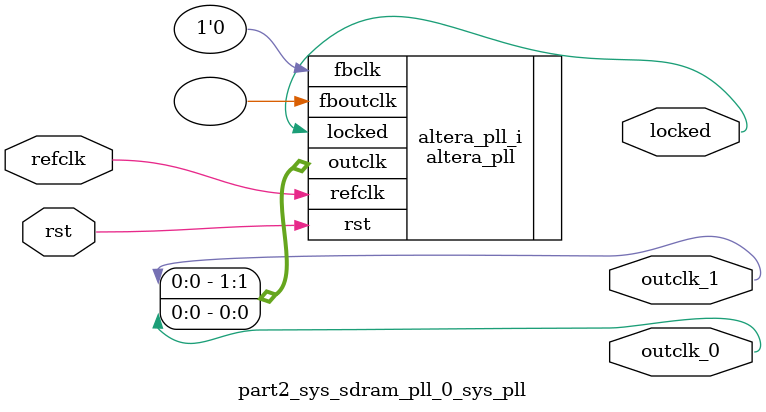
<source format=v>
`timescale 1ns/10ps
module  part2_sys_sdram_pll_0_sys_pll(

	// interface 'refclk'
	input wire refclk,

	// interface 'reset'
	input wire rst,

	// interface 'outclk0'
	output wire outclk_0,

	// interface 'outclk1'
	output wire outclk_1,

	// interface 'locked'
	output wire locked
);

	altera_pll #(
		.fractional_vco_multiplier("false"),
		.reference_clock_frequency("50.0 MHz"),
		.operation_mode("direct"),
		.number_of_clocks(2),
		.output_clock_frequency0("50.000000 MHz"),
		.phase_shift0("0 ps"),
		.duty_cycle0(50),
		.output_clock_frequency1("50.000000 MHz"),
		.phase_shift1("-3000 ps"),
		.duty_cycle1(50),
		.output_clock_frequency2("0 MHz"),
		.phase_shift2("0 ps"),
		.duty_cycle2(50),
		.output_clock_frequency3("0 MHz"),
		.phase_shift3("0 ps"),
		.duty_cycle3(50),
		.output_clock_frequency4("0 MHz"),
		.phase_shift4("0 ps"),
		.duty_cycle4(50),
		.output_clock_frequency5("0 MHz"),
		.phase_shift5("0 ps"),
		.duty_cycle5(50),
		.output_clock_frequency6("0 MHz"),
		.phase_shift6("0 ps"),
		.duty_cycle6(50),
		.output_clock_frequency7("0 MHz"),
		.phase_shift7("0 ps"),
		.duty_cycle7(50),
		.output_clock_frequency8("0 MHz"),
		.phase_shift8("0 ps"),
		.duty_cycle8(50),
		.output_clock_frequency9("0 MHz"),
		.phase_shift9("0 ps"),
		.duty_cycle9(50),
		.output_clock_frequency10("0 MHz"),
		.phase_shift10("0 ps"),
		.duty_cycle10(50),
		.output_clock_frequency11("0 MHz"),
		.phase_shift11("0 ps"),
		.duty_cycle11(50),
		.output_clock_frequency12("0 MHz"),
		.phase_shift12("0 ps"),
		.duty_cycle12(50),
		.output_clock_frequency13("0 MHz"),
		.phase_shift13("0 ps"),
		.duty_cycle13(50),
		.output_clock_frequency14("0 MHz"),
		.phase_shift14("0 ps"),
		.duty_cycle14(50),
		.output_clock_frequency15("0 MHz"),
		.phase_shift15("0 ps"),
		.duty_cycle15(50),
		.output_clock_frequency16("0 MHz"),
		.phase_shift16("0 ps"),
		.duty_cycle16(50),
		.output_clock_frequency17("0 MHz"),
		.phase_shift17("0 ps"),
		.duty_cycle17(50),
		.pll_type("General"),
		.pll_subtype("General")
	) altera_pll_i (
		.rst	(rst),
		.outclk	({outclk_1, outclk_0}),
		.locked	(locked),
		.fboutclk	( ),
		.fbclk	(1'b0),
		.refclk	(refclk)
	);
endmodule


</source>
